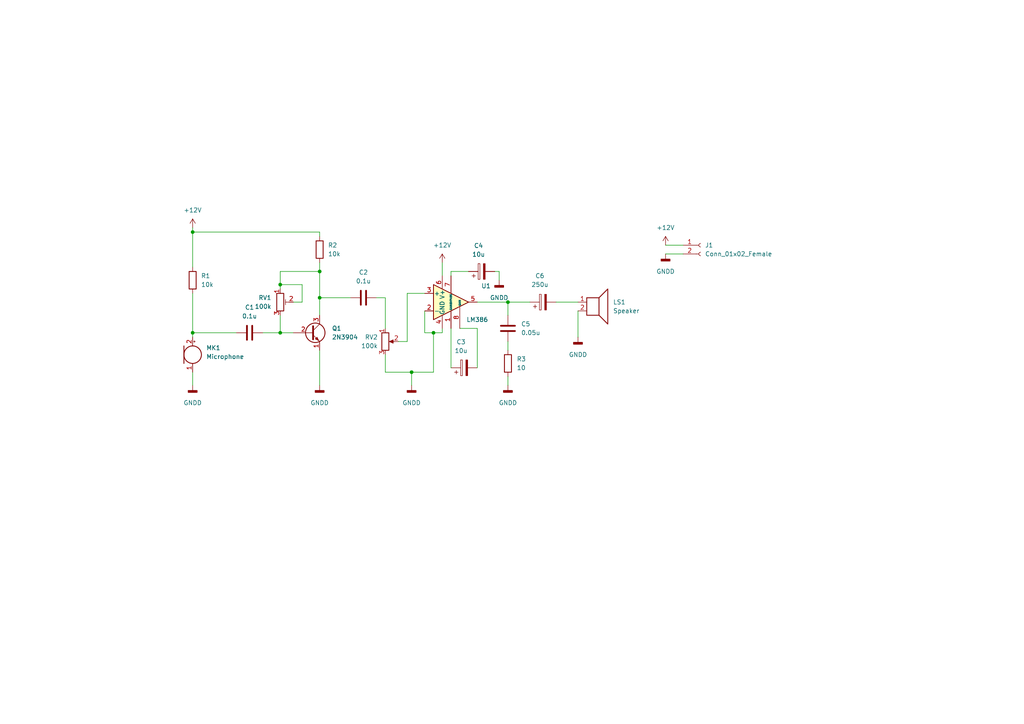
<source format=kicad_sch>
(kicad_sch (version 20211123) (generator eeschema)
  (paper "A4")
  (lib_symbols
    (symbol "Amplifier_Audio:LM386" (pin_names (offset 0.127))
      (property "Reference" "U" (at 1.27 7.62 0))
      (property "Value" "LM386" (at 1.27 5.08 0))
      (symbol "LM386_0_1"
        (polyline (pts (xy 5.08 0) (xy -5.08 5.08) (xy -5.08 -5.08) (xy 5.08 0)) (stroke (width 0.254)) (fill (type background)))
      )
      (symbol "LM386_1_1"
        (pin input line (at 0 -7.62 90) (length 5.08) (name "GAIN") (number "1"))
        (pin input line (at -7.62 -2.54 0) (length 2.54) (name "-") (number "2"))
        (pin input line (at -7.62 2.54 0) (length 2.54) (name "+") (number "3"))
        (pin power_in line (at -2.54 -7.62 90) (length 3.81) (name "GND") (number "4"))
        (pin output line (at 7.62 0 180) (length 2.54) (name "~") (number "5"))
        (pin power_in line (at -2.54 7.62 270) (length 3.81) (name "V+") (number "6"))
        (pin input line (at 0 7.62 270) (length 5.08) (name "BYPASS") (number "7"))
        (pin input line (at 2.54 -7.62 90) (length 6.35) (name "GAIN") (number "8"))
      )
    )
    (symbol "Connector:Conn_01x02_Female" (pin_names (offset 1.016) hide)
      (property "Reference" "J" (at 0 2.54 0))
      (property "Value" "Conn_01x02_Female" (at 0 -5.08 0))
      (symbol "Conn_01x02_Female_1_1"
        (arc (start 0 -2.032) (mid -0.508 -2.54) (end 0 -3.048) (stroke (width 0.1524)))
        (polyline (pts (xy -1.27 -2.54) (xy -0.508 -2.54)) (stroke (width 0.1524)))
        (polyline (pts (xy -1.27 0) (xy -0.508 0)) (stroke (width 0.1524)))
        (arc (start 0 0.508) (mid -0.508 0) (end 0 -0.508) (stroke (width 0.1524)))
        (pin passive line (at -5.08 0 0) (length 3.81) (name "Pin_1") (number "1"))
        (pin passive line (at -5.08 -2.54 0) (length 3.81) (name "Pin_2") (number "2"))
      )
    )
    (symbol "Device:C" (pin_numbers hide) (pin_names (offset 0.254))
      (property "Reference" "C" (at 0.635 2.54 0))
      (property "Value" "C" (at 0.635 -2.54 0))
      (symbol "C_0_1"
        (polyline (pts (xy -2.032 -0.762) (xy 2.032 -0.762)) (stroke (width 0.508)))
        (polyline (pts (xy -2.032 0.762) (xy 2.032 0.762)) (stroke (width 0.508)))
      )
      (symbol "C_1_1"
        (pin passive line (at 0 3.81 270) (length 2.794) (name "~") (number "1"))
        (pin passive line (at 0 -3.81 90) (length 2.794) (name "~") (number "2"))
      )
    )
    (symbol "Device:C_Polarized" (pin_numbers hide) (pin_names (offset 0.254))
      (property "Reference" "C" (at 0.635 2.54 0))
      (property "Value" "C_Polarized" (at 0.635 -2.54 0))
      (symbol "C_Polarized_0_1"
        (rectangle (start -2.286 0.508) (end 2.286 1.016))
        (polyline (pts (xy -1.778 2.286) (xy -0.762 2.286)))
        (polyline (pts (xy -1.27 2.794) (xy -1.27 1.778)))
        (rectangle (start 2.286 -0.508) (end -2.286 -1.016) (fill (type outline)))
      )
      (symbol "C_Polarized_1_1"
        (pin passive line (at 0 3.81 270) (length 2.794) (name "~") (number "1"))
        (pin passive line (at 0 -3.81 90) (length 2.794) (name "~") (number "2"))
      )
    )
    (symbol "Device:Microphone" (pin_names (offset 0.0254) hide)
      (property "Reference" "MK" (at -3.81 1.27 0))
      (property "Value" "Microphone" (at -3.81 -0.635 0))
      (symbol "Microphone_0_1"
        (polyline (pts (xy -2.54 2.54) (xy -2.54 -2.54)) (stroke (width 0.254)))
        (polyline (pts (xy 0.254 3.81) (xy 0.762 3.81)))
        (polyline (pts (xy 0.508 4.064) (xy 0.508 3.556)))
        (circle (center 0 0) (radius 2.54) (stroke (width 0.254)))
      )
      (symbol "Microphone_1_1"
        (pin passive line (at 0 -5.08 90) (length 2.54) (name "-") (number "1"))
        (pin passive line (at 0 5.08 270) (length 2.54) (name "+") (number "2"))
      )
    )
    (symbol "Device:R" (pin_numbers hide) (pin_names (offset 0))
      (property "Reference" "R" (at 2.032 0 90))
      (property "Value" "R" (at 0 0 90))
      (symbol "R_0_1"
        (rectangle (start -1.016 -2.54) (end 1.016 2.54) (stroke (width 0.254)))
      )
      (symbol "R_1_1"
        (pin passive line (at 0 3.81 270) (length 1.27) (name "~") (number "1"))
        (pin passive line (at 0 -3.81 90) (length 1.27) (name "~") (number "2"))
      )
    )
    (symbol "Device:R_Potentiometer" (pin_names (offset 1.016) hide)
      (property "Reference" "RV" (at -4.445 0 90))
      (property "Value" "R_Potentiometer" (at -2.54 0 90))
      (symbol "R_Potentiometer_0_1"
        (polyline (pts (xy 2.54 0) (xy 1.524 0)))
        (polyline (pts (xy 1.143 0) (xy 2.286 0.508) (xy 2.286 -0.508) (xy 1.143 0)) (fill (type outline)))
        (rectangle (start 1.016 2.54) (end -1.016 -2.54) (stroke (width 0.254)))
      )
      (symbol "R_Potentiometer_1_1"
        (pin passive line (at 0 3.81 270) (length 1.27) (name "1") (number "1"))
        (pin passive line (at 3.81 0 180) (length 1.27) (name "2") (number "2"))
        (pin passive line (at 0 -3.81 90) (length 1.27) (name "3") (number "3"))
      )
    )
    (symbol "Device:R_Potentiometer_Trim" (pin_names (offset 1.016) hide)
      (property "Reference" "RV" (at -4.445 0 90))
      (property "Value" "R_Potentiometer_Trim" (at -2.54 0 90))
      (symbol "R_Potentiometer_Trim_0_1"
        (polyline (pts (xy 1.524 0.762) (xy 1.524 -0.762)))
        (polyline (pts (xy 2.54 0) (xy 1.524 0)))
        (rectangle (start 1.016 2.54) (end -1.016 -2.54) (stroke (width 0.254)))
      )
      (symbol "R_Potentiometer_Trim_1_1"
        (pin passive line (at 0 3.81 270) (length 1.27) (name "1") (number "1"))
        (pin passive line (at 3.81 0 180) (length 1.27) (name "2") (number "2"))
        (pin passive line (at 0 -3.81 90) (length 1.27) (name "3") (number "3"))
      )
    )
    (symbol "Device:Speaker" (pin_names (offset 0) hide)
      (property "Reference" "LS" (at 1.27 5.715 0))
      (property "Value" "Speaker" (at 1.27 3.81 0))
      (symbol "Speaker_0_0"
        (rectangle (start -2.54 1.27) (end 1.016 -3.81) (stroke (width 0.254)))
        (polyline (pts (xy 1.016 1.27) (xy 3.556 3.81) (xy 3.556 -6.35) (xy 1.016 -3.81)) (stroke (width 0.254)))
      )
      (symbol "Speaker_1_1"
        (pin input line (at -5.08 0 0) (length 2.54) (name "1") (number "1"))
        (pin input line (at -5.08 -2.54 0) (length 2.54) (name "2") (number "2"))
      )
    )
    (symbol "Transistor_BJT:2N3904" (pin_names (offset 0) hide)
      (property "Reference" "Q" (at 5.08 1.905 0))
      (property "Value" "2N3904" (at 5.08 0 0))
      (symbol "2N3904_0_1"
        (polyline (pts (xy 0.635 0.635) (xy 2.54 2.54)))
        (polyline (pts (xy 0.635 -0.635) (xy 2.54 -2.54) (xy 2.54 -2.54)))
        (polyline (pts (xy 0.635 1.905) (xy 0.635 -1.905) (xy 0.635 -1.905)) (stroke (width 0.508)))
        (polyline (pts (xy 1.27 -1.778) (xy 1.778 -1.27) (xy 2.286 -2.286) (xy 1.27 -1.778) (xy 1.27 -1.778)) (fill (type outline)))
        (circle (center 1.27 0) (radius 2.8194) (stroke (width 0.254)))
      )
      (symbol "2N3904_1_1"
        (pin passive line (at 2.54 -5.08 90) (length 2.54) (name "E") (number "1"))
        (pin passive line (at -5.08 0 0) (length 5.715) (name "B") (number "2"))
        (pin passive line (at 2.54 5.08 270) (length 2.54) (name "C") (number "3"))
      )
    )
    (symbol "power:+12V" (power) (pin_names (offset 0))
      (property "Value" "+12V" (at 0 3.556 0))
      (symbol "+12V_0_1"
        (polyline (pts (xy -0.762 1.27) (xy 0 2.54)))
        (polyline (pts (xy 0 0) (xy 0 2.54)))
        (polyline (pts (xy 0 2.54) (xy 0.762 1.27)))
      )
      (symbol "+12V_1_1"
        (pin power_in line (at 0 0 90) (length 0) hide (name "+12V") (number "1"))
      )
    )
    (symbol "power:GNDD" (power) (pin_names (offset 0))
      (property "Value" "GNDD" (at 0 -3.175 0))
      (symbol "GNDD_0_1"
        (rectangle (start -1.27 -1.524) (end 1.27 -2.032) (stroke (width 0.254)) (fill (type outline)))
        (polyline (pts (xy 0 0) (xy 0 -1.524)))
      )
      (symbol "GNDD_1_1"
        (pin power_in line (at 0 0 270) (length 0) hide (name "GNDD") (number "1"))
      )
    )
  )
  (junction (at 147.32 87.63))
  (junction (at 92.71 86.36))
  (junction (at 92.71 78.74))
  (junction (at 81.28 82.55))
  (junction (at 81.28 96.52))
  (junction (at 55.88 96.52))
  (junction (at 125.73 96.52))
  (junction (at 55.88 67.31))
  (junction (at 119.38 107.95))
  (wire (pts (xy 81.28 78.74) (xy 81.28 82.55)))
  (wire (pts (xy 55.88 67.31) (xy 55.88 77.47)))
  (wire (pts (xy 81.28 82.55) (xy 81.28 83.82)))
  (wire (pts (xy 55.88 85.09) (xy 55.88 96.52)))
  (wire (pts (xy 118.11 85.09) (xy 123.19 85.09)))
  (wire (pts (xy 147.32 87.63) (xy 153.67 87.63)))
  (wire (pts (xy 92.71 78.74) (xy 92.71 76.2)))
  (wire (pts (xy 55.88 97.79) (xy 55.88 96.52)))
  (wire (pts (xy 143.51 78.74) (xy 144.78 78.74)))
  (wire (pts (xy 92.71 68.58) (xy 92.71 67.31)))
  (wire (pts (xy 128.27 95.25) (xy 128.27 96.52)))
  (wire (pts (xy 167.64 90.17) (xy 167.64 97.79)))
  (wire (pts (xy 193.04 73.66) (xy 198.12 73.66)))
  (wire (pts (xy 138.43 106.68) (xy 138.43 95.25)))
  (wire (pts (xy 92.71 86.36) (xy 92.71 91.44)))
  (wire (pts (xy 81.28 78.74) (xy 92.71 78.74)))
  (wire (pts (xy 55.88 66.04) (xy 55.88 67.31)))
  (wire (pts (xy 55.88 107.95) (xy 55.88 111.76)))
  (wire (pts (xy 130.81 95.25) (xy 130.81 106.68)))
  (wire (pts (xy 125.73 107.95) (xy 125.73 96.52)))
  (wire (pts (xy 111.76 102.87) (xy 111.76 107.95)))
  (wire (pts (xy 118.11 99.06) (xy 115.57 99.06)))
  (wire (pts (xy 125.73 96.52) (xy 128.27 96.52)))
  (wire (pts (xy 147.32 109.22) (xy 147.32 111.76)))
  (wire (pts (xy 119.38 107.95) (xy 125.73 107.95)))
  (wire (pts (xy 118.11 85.09) (xy 118.11 99.06)))
  (wire (pts (xy 85.09 87.63) (xy 87.63 87.63)))
  (wire (pts (xy 161.29 87.63) (xy 167.64 87.63)))
  (wire (pts (xy 87.63 82.55) (xy 81.28 82.55)))
  (wire (pts (xy 111.76 107.95) (xy 119.38 107.95)))
  (wire (pts (xy 193.04 71.12) (xy 198.12 71.12)))
  (wire (pts (xy 123.19 96.52) (xy 125.73 96.52)))
  (wire (pts (xy 119.38 107.95) (xy 119.38 111.76)))
  (wire (pts (xy 92.71 86.36) (xy 101.6 86.36)))
  (wire (pts (xy 147.32 87.63) (xy 147.32 91.44)))
  (wire (pts (xy 130.81 80.01) (xy 130.81 78.74)))
  (wire (pts (xy 130.81 78.74) (xy 135.89 78.74)))
  (wire (pts (xy 92.71 78.74) (xy 92.71 86.36)))
  (wire (pts (xy 138.43 95.25) (xy 133.35 95.25)))
  (wire (pts (xy 55.88 96.52) (xy 68.58 96.52)))
  (wire (pts (xy 81.28 96.52) (xy 85.09 96.52)))
  (wire (pts (xy 81.28 96.52) (xy 76.2 96.52)))
  (wire (pts (xy 147.32 99.06) (xy 147.32 101.6)))
  (wire (pts (xy 144.78 78.74) (xy 144.78 81.28)))
  (wire (pts (xy 128.27 76.2) (xy 128.27 80.01)))
  (wire (pts (xy 109.22 86.36) (xy 111.76 86.36)))
  (wire (pts (xy 123.19 90.17) (xy 123.19 96.52)))
  (wire (pts (xy 55.88 67.31) (xy 92.71 67.31)))
  (wire (pts (xy 87.63 87.63) (xy 87.63 82.55)))
  (wire (pts (xy 111.76 86.36) (xy 111.76 95.25)))
  (wire (pts (xy 81.28 91.44) (xy 81.28 96.52)))
  (wire (pts (xy 138.43 87.63) (xy 147.32 87.63)))
  (wire (pts (xy 92.71 101.6) (xy 92.71 111.76)))
  (symbol (lib_id "Device:R") (at 92.71 72.39 180) (unit 1)
    (property "Reference" "R2" (at 95.123 71.1199 0) (effects (justify right)))
    (property "Value" "10k" (at 95.123 73.6599 0) (effects (justify right)))
    (property "Footprint" "Resistor_THT:R_Axial_DIN0309_L9.0mm_D3.2mm_P15.24mm_Horizontal" (effects hide))
  )
  (symbol (lib_id "power:+12V") (at 193.04 71.12 0) (unit 1)
    (property "Reference" "#PWR08" (effects hide))
    (property "Value" "+12V" (at 193.04 66.04 0))
  )
  (symbol (lib_id "Device:C") (at 72.39 96.52 90) (unit 1)
    (property "Reference" "C1" (at 72.39 89.154 90))
    (property "Value" "0.1u" (at 72.39 91.694 90))
    (property "Footprint" "Capacitor_THT:C_Disc_D5.1mm_W3.2mm_P5.00mm" (effects hide))
  )
  (symbol (lib_id "power:GNDD") (at 147.32 111.76 0) (unit 1)
    (property "Reference" "#PWR06" (effects hide))
    (property "Value" "GNDD" (at 147.32 116.84 0))
  )
  (symbol (lib_id "Device:C_Polarized") (at 134.62 106.68 90) (unit 1)
    (property "Reference" "C3" (at 133.731 99.187 90))
    (property "Value" "10u" (at 133.731 101.727 90))
    (property "Footprint" "Capacitor_THT:CP_Radial_D8.0mm_P3.80mm" (effects hide))
  )
  (symbol (lib_id "Device:Microphone") (at 55.88 102.87 0) (unit 1)
    (property "Reference" "MK1" (at 59.817 100.9014 0) (effects (justify left)))
    (property "Value" "Microphone" (at 59.817 103.4414 0) (effects (justify left)))
    (property "Footprint" "Connector_PinHeader_2.54mm:PinHeader_1x02_P2.54mm_Vertical" (effects hide))
  )
  (symbol (lib_id "Device:Speaker") (at 172.72 87.63 0) (unit 1)
    (property "Reference" "LS1" (at 177.8 87.6299 0) (effects (justify left)))
    (property "Value" "Speaker" (at 177.8 90.1699 0) (effects (justify left)))
    (property "Footprint" "Connector_PinHeader_2.54mm:PinHeader_1x02_P2.54mm_Vertical" (effects hide))
  )
  (symbol (lib_id "Device:C") (at 105.41 86.36 90) (unit 1)
    (property "Reference" "C2" (at 105.41 78.994 90))
    (property "Value" "0.1u" (at 105.41 81.534 90))
    (property "Footprint" "Capacitor_THT:C_Disc_D5.1mm_W3.2mm_P5.00mm" (effects hide))
  )
  (symbol (lib_id "power:GNDD") (at 55.88 111.76 0) (unit 1)
    (property "Reference" "#PWR02" (effects hide))
    (property "Value" "GNDD" (at 55.88 116.84 0))
  )
  (symbol (lib_id "Device:R") (at 147.32 105.41 180) (unit 1)
    (property "Reference" "R3" (at 149.86 104.1399 0) (effects (justify right)))
    (property "Value" "10" (at 149.86 106.6799 0) (effects (justify right)))
    (property "Footprint" "Resistor_THT:R_Axial_DIN0309_L9.0mm_D3.2mm_P15.24mm_Horizontal" (effects hide))
  )
  (symbol (lib_id "Transistor_BJT:2N3904") (at 90.17 96.52 0) (unit 1)
    (property "Reference" "Q1" (at 96.266 95.2499 0) (effects (justify left)))
    (property "Value" "2N3904" (at 96.266 97.7899 0) (effects (justify left)))
    (property "Footprint" "Package_TO_SOT_THT:TO-92_Inline_Wide" (effects hide))
    (property "Datasheet" "https://www.onsemi.com/pub/Collateral/2N3903-D.PDF" (effects hide))
  )
  (symbol (lib_id "Device:C") (at 147.32 95.25 180) (unit 1)
    (property "Reference" "C5" (at 151.13 93.9799 0) (effects (justify right)))
    (property "Value" "0.05u" (at 151.13 96.5199 0) (effects (justify right)))
    (property "Footprint" "Capacitor_THT:C_Disc_D5.1mm_W3.2mm_P5.00mm" (effects hide))
  )
  (symbol (lib_id "power:+12V") (at 128.27 76.2 0) (unit 1)
    (property "Reference" "#PWR04" (effects hide))
    (property "Value" "+12V" (at 128.27 71.12 0))
  )
  (symbol (lib_id "Device:R_Potentiometer") (at 111.76 99.06 0) (unit 1)
    (property "Reference" "RV2" (at 109.601 97.7899 0) (effects (justify right)))
    (property "Value" "100k" (at 109.601 100.3299 0) (effects (justify right)))
    (property "Footprint" "Potentiometer_THT:Potentiometer_Alps_RK163_Single_Horizontal" (effects hide))
  )
  (symbol (lib_id "Device:C_Polarized") (at 157.48 87.63 90) (unit 1)
    (property "Reference" "C6" (at 156.591 80.01 90))
    (property "Value" "250u" (at 156.591 82.55 90))
    (property "Footprint" "Capacitor_THT:CP_Radial_D8.0mm_P3.80mm" (effects hide))
  )
  (symbol (lib_id "power:GNDD") (at 193.04 73.66 0) (unit 1)
    (property "Reference" "#PWR09" (effects hide))
    (property "Value" "GNDD" (at 193.04 78.74 0))
  )
  (symbol (lib_id "power:GNDD") (at 92.71 111.76 0) (unit 1)
    (property "Reference" "#PWR03" (effects hide))
    (property "Value" "GNDD" (at 92.71 116.84 0))
  )
  (symbol (lib_id "Device:R_Potentiometer_Trim") (at 81.28 87.63 0) (unit 1)
    (property "Reference" "RV1" (at 78.74 86.3599 0) (effects (justify right)))
    (property "Value" "100k" (at 78.74 88.8999 0) (effects (justify right)))
    (property "Footprint" "Potentiometer_THT:Potentiometer_Bourns_3296P_Horizontal" (effects hide))
  )
  (symbol (lib_id "Connector:Conn_01x02_Female") (at 203.2 71.12 0) (unit 1)
    (property "Reference" "J1" (at 204.47 71.1199 0) (effects (justify left)))
    (property "Value" "Conn_01x02_Female" (at 204.47 73.6599 0) (effects (justify left)))
    (property "Footprint" "Connector_PinHeader_2.54mm:PinHeader_1x02_P2.54mm_Vertical" (effects hide))
  )
  (symbol (lib_id "Amplifier_Audio:LM386") (at 130.81 87.63 0) (unit 1)
    (property "Reference" "U1" (at 140.97 82.931 0))
    (property "Value" "LM386" (at 138.43 92.71 0))
    (property "Footprint" "Package_DIP:DIP-8_W7.62mm_LongPads" (effects hide))
    (property "Datasheet" "http://www.ti.com/lit/ds/symlink/lm386.pdf" (effects hide))
  )
  (symbol (lib_id "Device:C_Polarized") (at 139.7 78.74 90) (unit 1)
    (property "Reference" "C4" (at 138.811 71.247 90))
    (property "Value" "10u" (at 138.811 73.787 90))
    (property "Footprint" "Capacitor_THT:CP_Radial_D8.0mm_P3.80mm" (effects hide))
  )
  (symbol (lib_id "power:GNDD") (at 167.64 97.79 0) (unit 1)
    (property "Reference" "#PWR07" (effects hide))
    (property "Value" "GNDD" (at 167.64 102.87 0))
  )
  (symbol (lib_id "power:GNDD") (at 119.38 111.76 0) (unit 1)
    (property "Reference" "#PWR0101" (effects hide))
    (property "Value" "GNDD" (at 119.38 116.84 0))
  )
  (symbol (lib_id "Device:R") (at 55.88 81.28 180) (unit 1)
    (property "Reference" "R1" (at 58.293 80.0099 0) (effects (justify right)))
    (property "Value" "10k" (at 58.293 82.5499 0) (effects (justify right)))
    (property "Footprint" "Resistor_THT:R_Axial_DIN0309_L9.0mm_D3.2mm_P15.24mm_Horizontal" (effects hide))
  )
  (symbol (lib_id "power:GNDD") (at 144.78 81.28 0) (unit 1)
    (property "Reference" "#PWR05" (effects hide))
    (property "Value" "GNDD" (at 144.78 86.36 0))
  )
  (symbol (lib_id "power:+12V") (at 55.88 66.04 0) (unit 1)
    (property "Reference" "#PWR01" (effects hide))
    (property "Value" "+12V" (at 55.88 60.96 0))
  )
)
</source>
